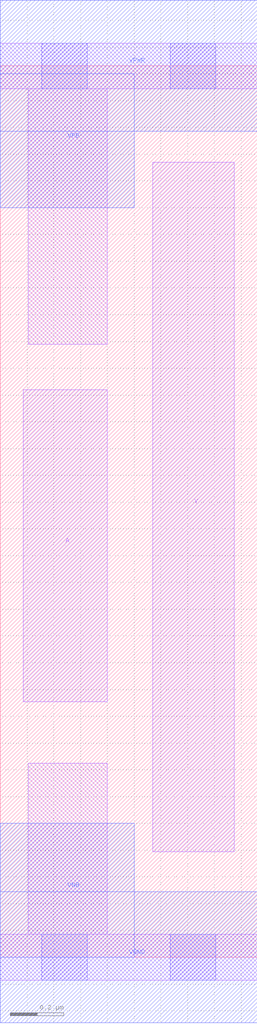
<source format=lef>
# Copyright 2020 The SkyWater PDK Authors
#
# Licensed under the Apache License, Version 2.0 (the "License");
# you may not use this file except in compliance with the License.
# You may obtain a copy of the License at
#
#     https://www.apache.org/licenses/LICENSE-2.0
#
# Unless required by applicable law or agreed to in writing, software
# distributed under the License is distributed on an "AS IS" BASIS,
# WITHOUT WARRANTIES OR CONDITIONS OF ANY KIND, either express or implied.
# See the License for the specific language governing permissions and
# limitations under the License.
#
# SPDX-License-Identifier: Apache-2.0

VERSION 5.5 ;
NAMESCASESENSITIVE ON ;
BUSBITCHARS "[]" ;
DIVIDERCHAR "/" ;
MACRO sky130_fd_sc_lp__inv_0
  CLASS CORE ;
  SOURCE USER ;
  ORIGIN  0.000000  0.000000 ;
  SIZE  0.960000 BY  3.330000 ;
  SYMMETRY X Y R90 ;
  SITE unit ;
  PIN A
    ANTENNAGATEAREA  0.159000 ;
    DIRECTION INPUT ;
    USE SIGNAL ;
    PORT
      LAYER li1 ;
        RECT 0.085000 0.955000 0.400000 2.120000 ;
    END
  END A
  PIN Y
    ANTENNADIFFAREA  0.280900 ;
    DIRECTION OUTPUT ;
    USE SIGNAL ;
    PORT
      LAYER li1 ;
        RECT 0.570000 0.395000 0.875000 2.970000 ;
    END
  END Y
  PIN VGND
    DIRECTION INOUT ;
    USE GROUND ;
    PORT
      LAYER met1 ;
        RECT 0.000000 -0.245000 0.960000 0.245000 ;
    END
  END VGND
  PIN VNB
    DIRECTION INOUT ;
    USE GROUND ;
    PORT
      LAYER met1 ;
        RECT 0.000000 0.000000 0.500000 0.500000 ;
    END
  END VNB
  PIN VPB
    DIRECTION INOUT ;
    USE POWER ;
    PORT
      LAYER met1 ;
        RECT 0.000000 2.800000 0.500000 3.300000 ;
    END
  END VPB
  PIN VPWR
    DIRECTION INOUT ;
    USE POWER ;
    PORT
      LAYER met1 ;
        RECT 0.000000 3.085000 0.960000 3.575000 ;
    END
  END VPWR
  OBS
    LAYER li1 ;
      RECT 0.000000 -0.085000 0.960000 0.085000 ;
      RECT 0.000000  3.245000 0.960000 3.415000 ;
      RECT 0.105000  0.085000 0.400000 0.725000 ;
      RECT 0.105000  2.290000 0.400000 3.245000 ;
    LAYER mcon ;
      RECT 0.155000 -0.085000 0.325000 0.085000 ;
      RECT 0.155000  3.245000 0.325000 3.415000 ;
      RECT 0.635000 -0.085000 0.805000 0.085000 ;
      RECT 0.635000  3.245000 0.805000 3.415000 ;
  END
END sky130_fd_sc_lp__inv_0

</source>
